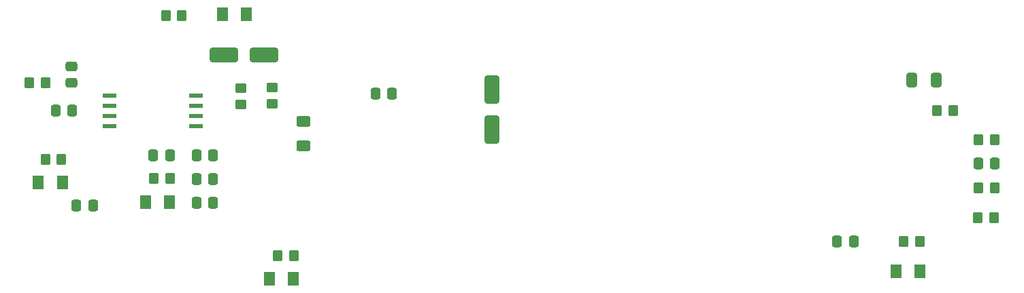
<source format=gbr>
%TF.GenerationSoftware,KiCad,Pcbnew,8.0.7*%
%TF.CreationDate,2025-03-01T22:58:23-05:00*%
%TF.ProjectId,MyFirstBuck,4d794669-7273-4744-9275-636b2e6b6963,v0*%
%TF.SameCoordinates,Original*%
%TF.FileFunction,Paste,Top*%
%TF.FilePolarity,Positive*%
%FSLAX46Y46*%
G04 Gerber Fmt 4.6, Leading zero omitted, Abs format (unit mm)*
G04 Created by KiCad (PCBNEW 8.0.7) date 2025-03-01 22:58:23*
%MOMM*%
%LPD*%
G01*
G04 APERTURE LIST*
G04 Aperture macros list*
%AMRoundRect*
0 Rectangle with rounded corners*
0 $1 Rounding radius*
0 $2 $3 $4 $5 $6 $7 $8 $9 X,Y pos of 4 corners*
0 Add a 4 corners polygon primitive as box body*
4,1,4,$2,$3,$4,$5,$6,$7,$8,$9,$2,$3,0*
0 Add four circle primitives for the rounded corners*
1,1,$1+$1,$2,$3*
1,1,$1+$1,$4,$5*
1,1,$1+$1,$6,$7*
1,1,$1+$1,$8,$9*
0 Add four rect primitives between the rounded corners*
20,1,$1+$1,$2,$3,$4,$5,0*
20,1,$1+$1,$4,$5,$6,$7,0*
20,1,$1+$1,$6,$7,$8,$9,0*
20,1,$1+$1,$8,$9,$2,$3,0*%
G04 Aperture macros list end*
%ADD10RoundRect,0.250000X-0.650000X1.500000X-0.650000X-1.500000X0.650000X-1.500000X0.650000X1.500000X0*%
%ADD11RoundRect,0.250001X0.462499X0.624999X-0.462499X0.624999X-0.462499X-0.624999X0.462499X-0.624999X0*%
%ADD12RoundRect,0.250001X-0.462499X-0.624999X0.462499X-0.624999X0.462499X0.624999X-0.462499X0.624999X0*%
%ADD13RoundRect,0.250000X0.350000X0.450000X-0.350000X0.450000X-0.350000X-0.450000X0.350000X-0.450000X0*%
%ADD14RoundRect,0.250000X-0.350000X-0.450000X0.350000X-0.450000X0.350000X0.450000X-0.350000X0.450000X0*%
%ADD15RoundRect,0.250000X-0.625000X0.400000X-0.625000X-0.400000X0.625000X-0.400000X0.625000X0.400000X0*%
%ADD16R,1.701800X0.558800*%
%ADD17RoundRect,0.250000X0.450000X-0.350000X0.450000X0.350000X-0.450000X0.350000X-0.450000X-0.350000X0*%
%ADD18RoundRect,0.250000X-0.337500X-0.475000X0.337500X-0.475000X0.337500X0.475000X-0.337500X0.475000X0*%
%ADD19RoundRect,0.250000X0.412500X0.650000X-0.412500X0.650000X-0.412500X-0.650000X0.412500X-0.650000X0*%
%ADD20RoundRect,0.250000X-1.500000X-0.650000X1.500000X-0.650000X1.500000X0.650000X-1.500000X0.650000X0*%
%ADD21RoundRect,0.250000X0.337500X0.475000X-0.337500X0.475000X-0.337500X-0.475000X0.337500X-0.475000X0*%
%ADD22RoundRect,0.250000X0.475000X-0.337500X0.475000X0.337500X-0.475000X0.337500X-0.475000X-0.337500X0*%
G04 APERTURE END LIST*
D10*
%TO.C,D1*%
X96164400Y-92369000D03*
X96164400Y-97369000D03*
%TD*%
D11*
%TO.C,D2*%
X56005000Y-106410000D03*
X53030000Y-106410000D03*
%TD*%
D12*
%TO.C,D7*%
X62622500Y-82940000D03*
X65597500Y-82940000D03*
%TD*%
D13*
%TO.C,R5*%
X56060000Y-103500000D03*
X54060000Y-103500000D03*
%TD*%
%TO.C,R2*%
X158620000Y-108370000D03*
X156620000Y-108370000D03*
%TD*%
%TO.C,R8*%
X42560000Y-101110000D03*
X40560000Y-101110000D03*
%TD*%
D11*
%TO.C,D5*%
X42662500Y-103970200D03*
X39687500Y-103970200D03*
%TD*%
D13*
%TO.C,R7*%
X149350000Y-111350000D03*
X147350000Y-111350000D03*
%TD*%
D11*
%TO.C,D4*%
X149391500Y-115090000D03*
X146416500Y-115090000D03*
%TD*%
D14*
%TO.C,R9*%
X38550000Y-91500000D03*
X40550000Y-91500000D03*
%TD*%
D15*
%TO.C,R12*%
X72700000Y-96320000D03*
X72700000Y-99420000D03*
%TD*%
D16*
%TO.C,U3*%
X48565200Y-93155000D03*
X48565200Y-94425000D03*
X48565200Y-95695000D03*
X48565200Y-96965000D03*
X59334800Y-96965000D03*
X59334800Y-95695000D03*
X59334800Y-94425000D03*
X59334800Y-93155000D03*
%TD*%
D11*
%TO.C,D3*%
X71430000Y-116020000D03*
X68455000Y-116020000D03*
%TD*%
D17*
%TO.C,R10*%
X68760000Y-94120000D03*
X68760000Y-92120000D03*
%TD*%
D18*
%TO.C,C1*%
X156662500Y-101610000D03*
X158737500Y-101610000D03*
%TD*%
D19*
%TO.C,C5*%
X151452500Y-91180000D03*
X148327500Y-91180000D03*
%TD*%
D13*
%TO.C,R1*%
X158680000Y-104640000D03*
X156680000Y-104640000D03*
%TD*%
D18*
%TO.C,C12*%
X59352500Y-106470000D03*
X61427500Y-106470000D03*
%TD*%
D17*
%TO.C,R11*%
X64893000Y-94190000D03*
X64893000Y-92190000D03*
%TD*%
D20*
%TO.C,D6*%
X62752500Y-88070000D03*
X67752500Y-88070000D03*
%TD*%
D21*
%TO.C,C7*%
X56047500Y-100550000D03*
X53972500Y-100550000D03*
%TD*%
D14*
%TO.C,R4*%
X151500000Y-95000000D03*
X153500000Y-95000000D03*
%TD*%
D18*
%TO.C,C4*%
X81620200Y-92907400D03*
X83695200Y-92907400D03*
%TD*%
D22*
%TO.C,C9*%
X43820000Y-91537500D03*
X43820000Y-89462500D03*
%TD*%
D18*
%TO.C,C11*%
X59352500Y-103550000D03*
X61427500Y-103550000D03*
%TD*%
%TO.C,C6*%
X44429300Y-106853800D03*
X46504300Y-106853800D03*
%TD*%
%TO.C,C10*%
X59382500Y-100540000D03*
X61457500Y-100540000D03*
%TD*%
D13*
%TO.C,R13*%
X57540000Y-83100000D03*
X55540000Y-83100000D03*
%TD*%
%TO.C,R3*%
X158700000Y-98620000D03*
X156700000Y-98620000D03*
%TD*%
D18*
%TO.C,C2*%
X139092500Y-111360000D03*
X141167500Y-111360000D03*
%TD*%
D13*
%TO.C,R6*%
X71462500Y-113070000D03*
X69462500Y-113070000D03*
%TD*%
D21*
%TO.C,C8*%
X43907500Y-95020000D03*
X41832500Y-95020000D03*
%TD*%
M02*

</source>
